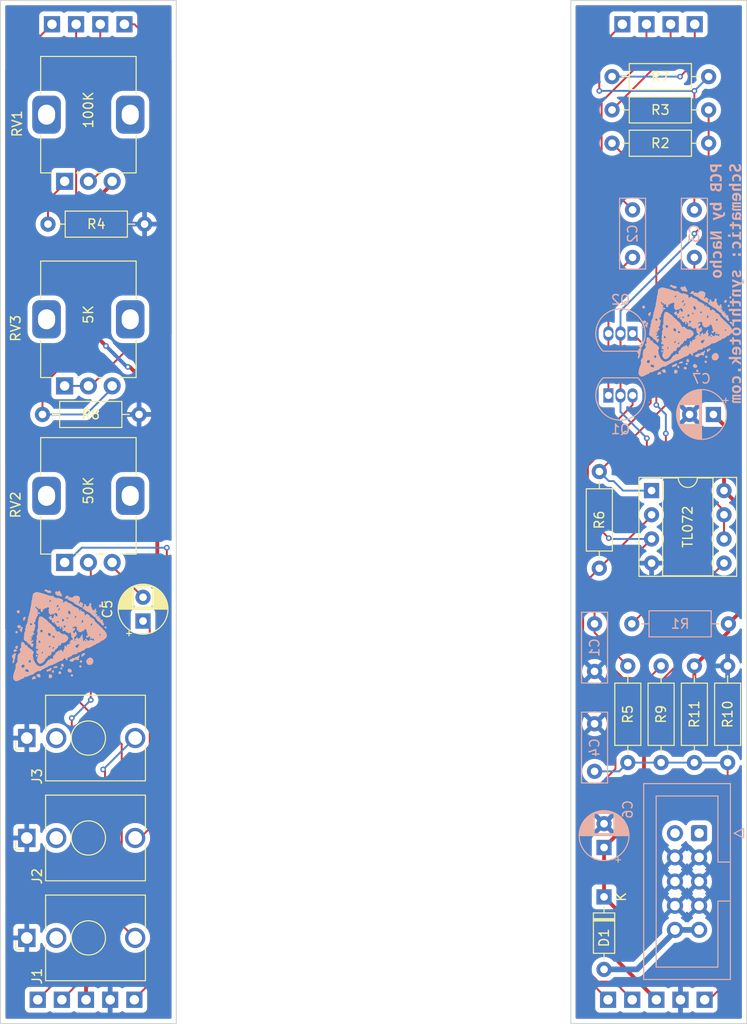
<source format=kicad_pcb>
(kicad_pcb (version 20240108) (generator "pcbnew") (generator_version "8.0")
  (layers (0 "F.Cu" signal) (31 "B.Cu" signal) (34 "B.Paste" user) (35 "F.Paste" user) (36 "B.SilkS" user "B.Silkscreen") (37 "F.SilkS" user "F.Silkscreen") (38 "B.Mask" user) (39 "F.Mask" user) (44 "Edge.Cuts" user))
  (net 0 "")
  (net 1 "Net-(Q2-E)")
  (net 2 "GND")
  (net 3 "Net-(Q1-E)")
  (net 4 "Net-(C3-Pad1)")
  (net 5 "Net-(C5-Pad1)")
  (net 6 "Net-(C5-Pad2)")
  (net 7 "VCC")
  (net 8 "Net-(D1-A)")
  (net 14 "Net-(U1B--)")
  (net 15 "Net-(R4-Pad1)")
  (net 16 "Net-(U1A--)")
  (net 17 "Net-(P1-Pin_1)")
  (net 18 "Net-(P1F1-Pin_1)")
  (net 19 "Net-(P2-Pin_1)")
  (net 20 "Net-(P2F1-Pin_1)")
  (net 21 "Net-(P3-Pin_1)")
  (net 22 "Net-(P4-Pin_1)")
  (net 23 "Net-(P4F1-Pin_1)")
  (net 24 "Net-(P3F1-Pin_1)")
  (net 25 "Net-(P5-Pin_1)")
  (net 26 "Net-(P5F1-Pin_1)")
  (net 27 "Net-(Q1-B)")
  (net 28 "Net-(P7F1-Pin_1)")
  (net 29 "Net-(P7-Pin_1)")
  (net 30 "Net-(P10-Pin_1)")
  (net 31 "Net-(P10F1-Pin_1)")
  (footprint "SVG:DirtNacho" (layer "F.Cu") (at 145.8 111.3)
    (property "Reference" "Ref**" (hide yes))
    (property "Value" "Val**" (hide yes))
  )
  (footprint "Connector_PinHeader_2.54mm:PinHeader_1x01_P2.54mm_Vertical" (layer "F.Cu") (at 211.54 147.5)
    (property "Reference" "P9" (hide yes))
    (property "Value" "Conn_01x01_Pin" (hide yes))
    (pad "1" thru_hole rect (at 0 0) (size 1.7 1.7) (drill 1) (layers "*.Cu" "*.Mask") (net 2 "GND"))
  )
  (footprint "Resistor_THT:R_Axial_DIN0207_L6.3mm_D2.5mm_P10.16mm_Horizontal" (layer "F.Cu") (at 214.5 50.5 180)
    (property "Reference" "R7" (at 5.08 0 0) (layer "F.SilkS"))
    (property "Value" "1K")
    (pad "1" thru_hole circle (at 0 0 180) (size 1.6 1.6) (drill 0.8) (layers "*.Cu" "*.Mask") (net 22 "Net-(P4-Pin_1)"))
    (pad "2" thru_hole oval (at 10.16 0 180) (size 1.6 1.6) (drill 0.8) (layers "*.Cu" "*.Mask") (net 17 "Net-(P1-Pin_1)"))
  )
  (footprint "SVG:DirtNacho" (layer "F.Cu") (at 211.592522 79.292831)
    (property "Reference" "Ref**" (hide yes))
    (property "Value" "Val**" (hide yes))
  )
  (footprint "Resistor_THT:R_Axial_DIN0207_L6.3mm_D2.5mm_P10.16mm_Horizontal" (layer "F.Cu") (at 144.42 86)
    (property "Reference" "R8" (at 5.08 0 0) (layer "F.SilkS"))
    (property "Value" "1K")
    (pad "1" thru_hole circle (at 0 0) (size 1.6 1.6) (drill 0.8) (layers "*.Cu" "*.Mask") (net 24 "Net-(P3F1-Pin_1)"))
    (pad "2" thru_hole oval (at 10.16 0) (size 1.6 1.6) (drill 0.8) (layers "*.Cu" "*.Mask") (net 2 "GND"))
  )
  (footprint "Potentiometer_THT:Potentiometer_Alps_RK09K_Single_Vertical" (layer "F.Cu") (at 146.75 83 90)
    (property "Reference" "RV3" (at 6.05 -5.15 90) (layer "F.SilkS"))
    (property "Value" "5K" (at 7.5 2.5 90) (layer "F.SilkS"))
    (pad "1" thru_hole rect (at 0 0 90) (size 1.8 1.8) (drill 1) (layers "*.Cu" "*.Mask") (net 18 "Net-(P1F1-Pin_1)"))
    (pad "2" thru_hole circle (at 0 2.5 90) (size 1.8 1.8) (drill 1) (layers "*.Cu" "*.Mask") (net 18 "Net-(P1F1-Pin_1)"))
    (pad "3" thru_hole circle (at 0 5 90) (size 1.8 1.8) (drill 1) (layers "*.Cu" "*.Mask") (net 24 "Net-(P3F1-Pin_1)"))
    (pad "MP" thru_hole roundrect (at 7 -1.9 90) (size 4 3) (drill oval 2.1 1.8) (layers "*.Cu" "*.Mask"))
    (pad "MP" thru_hole roundrect (at 7 6.9 90) (size 4 3) (drill oval 2.1 1.8) (layers "*.Cu" "*.Mask"))
  )
  (footprint "Resistor_THT:R_Axial_DIN0207_L6.3mm_D2.5mm_P10.16mm_Horizontal" (layer "F.Cu") (at 203 102.16 90)
    (property "Reference" "R6" (at 5.08 0 90) (layer "F.SilkS"))
    (property "Value" "47K")
    (pad "1" thru_hole circle (at 0 0 90) (size 1.6 1.6) (drill 0.8) (layers "*.Cu" "*.Mask") (net 16 "Net-(U1A--)"))
    (pad "2" thru_hole oval (at 10.16 0 90) (size 1.6 1.6) (drill 0.8) (layers "*.Cu" "*.Mask") (net 4 "Net-(C3-Pad1)"))
  )
  (footprint "Connector_PinHeader_2.54mm:PinHeader_1x01_P2.54mm_Vertical" (layer "F.Cu") (at 207.96 45)
    (property "Reference" "P3" (hide yes))
    (property "Value" "Conn_01x01_Pin" (hide yes))
    (pad "1" thru_hole rect (at 0 0) (size 1.7 1.7) (drill 1) (layers "*.Cu" "*.Mask") (net 21 "Net-(P3-Pin_1)"))
  )
  (footprint "Capacitor_THT:CP_Radial_D5.0mm_P2.50mm" (layer "F.Cu") (at 155 107.705113 90)
    (property "Reference" "C5" (at 1.25 -3.75 90) (layer "F.SilkS"))
    (property "Value" "4.7uF")
    (pad "1" thru_hole rect (at 0 0 90) (size 1.6 1.6) (drill 0.8) (layers "*.Cu" "*.Mask") (net 5 "Net-(C5-Pad1)"))
    (pad "2" thru_hole circle (at 2.5 0 90) (size 1.6 1.6) (drill 0.8) (layers "*.Cu" "*.Mask") (net 6 "Net-(C5-Pad2)"))
  )
  (footprint "Package_DIP:DIP-8_W7.62mm_Socket" (layer "F.Cu") (at 208.5 94)
    (property "Reference" "TL072" (at 3.8 3.8 90) (layer "F.SilkS"))
    (property "Value" "TL072")
    (pad "1" thru_hole rect (at 0 0) (size 1.6 1.6) (drill 0.8) (layers "*.Cu" "*.Mask") (net 4 "Net-(C3-Pad1)"))
    (pad "2" thru_hole oval (at 0 2.54) (size 1.6 1.6) (drill 0.8) (layers "*.Cu" "*.Mask") (net 16 "Net-(U1A--)"))
    (pad "3" thru_hole oval (at 0 5.08) (size 1.6 1.6) (drill 0.8) (layers "*.Cu" "*.Mask") (net 1 "Net-(Q2-E)"))
    (pad "4" thru_hole oval (at 0 7.62) (size 1.6 1.6) (drill 0.8) (layers "*.Cu" "*.Mask") (net 2 "GND"))
    (pad "5" thru_hole oval (at 7.62 7.62) (size 1.6 1.6) (drill 0.8) (layers "*.Cu" "*.Mask") (net 29 "Net-(P7-Pin_1)"))
    (pad "6" thru_hole oval (at 7.62 5.08) (size 1.6 1.6) (drill 0.8) (layers "*.Cu" "*.Mask") (net 14 "Net-(U1B--)"))
    (pad "7" thru_hole oval (at 7.62 2.54) (size 1.6 1.6) (drill 0.8) (layers "*.Cu" "*.Mask") (net 14 "Net-(U1B--)"))
    (pad "8" thru_hole oval (at 7.62 0) (size 1.6 1.6) (drill 0.8) (layers "*.Cu" "*.Mask") (net 7 "VCC"))
  )
  (footprint "Potentiometer_THT:Potentiometer_Alps_RK09K_Single_Vertical" (layer "F.Cu") (at 146.75 101.55 90)
    (property "Reference" "RV2" (at 6.05 -5.15 90) (layer "F.SilkS"))
    (property "Value" "50K" (at 7.55 2.5 90) (layer "F.SilkS"))
    (pad "1" thru_hole rect (at 0 0 90) (size 1.8 1.8) (drill 1) (layers "*.Cu" "*.Mask") (net 31 "Net-(P10F1-Pin_1)"))
    (pad "2" thru_hole circle (at 0 2.5 90) (size 1.8 1.8) (drill 1) (layers "*.Cu" "*.Mask") (net 26 "Net-(P5F1-Pin_1)"))
    (pad "3" thru_hole circle (at 0 5 90) (size 1.8 1.8) (drill 1) (layers "*.Cu" "*.Mask") (net 6 "Net-(C5-Pad2)"))
    (pad "MP" thru_hole roundrect (at 7 -1.9 90) (size 4 3) (drill oval 2.1 1.8) (layers "*.Cu" "*.Mask"))
    (pad "MP" thru_hole roundrect (at 7 6.9 90) (size 4 3) (drill oval 2.1 1.8) (layers "*.Cu" "*.Mask"))
  )
  (footprint "Connector_PinHeader_2.54mm:PinHeader_1x01_P2.54mm_Vertical" (layer "F.Cu") (at 205.42 45)
    (property "Reference" "P4" (hide yes))
    (property "Value" "Conn_01x01_Pin" (hide yes))
    (pad "1" thru_hole rect (at 0 0) (size 1.7 1.7) (drill 1) (layers "*.Cu" "*.Mask") (net 22 "Net-(P4-Pin_1)"))
  )
  (footprint "Connector_Audio:Jack_3.5mm_QingPu_WQP-PJ398SM_Vertical_CircularHoles" (layer "F.Cu") (at 142.77 141 90)
    (property "Reference" "J1" (at -4.03 1.08 90) (layer "F.SilkS"))
    (property "Value" "OUTPUT")
    (pad "1" thru_hole rect (at 0 0 270) (size 1.93 1.83) (drill 1.22) (layers "*.Cu" "*.Mask") (net 2 "GND"))
    (pad "2" thru_hole circle (at 0 3.1 270) (size 2.13 2.13) (drill 1.42) (layers "*.Cu" "*.Mask"))
    (pad "3" thru_hole circle (at 0 11.4 270) (size 2.13 2.13) (drill 1.43) (layers "*.Cu" "*.Mask") (net 23 "Net-(P4F1-Pin_1)"))
  )
  (footprint "Resistor_THT:R_Axial_DIN0207_L6.3mm_D2.5mm_P10.16mm_Horizontal" (layer "F.Cu") (at 204.34 54)
    (property "Reference" "R3" (at 5.08 0 0) (layer "F.SilkS"))
    (property "Value" "47K")
    (pad "1" thru_hole circle (at 0 0) (size 1.6 1.6) (drill 0.8) (layers "*.Cu" "*.Mask") (net 19 "Net-(P2-Pin_1)"))
    (pad "2" thru_hole oval (at 10.16 0) (size 1.6 1.6) (drill 0.8) (layers "*.Cu" "*.Mask") (net 27 "Net-(Q1-B)"))
  )
  (footprint "Connector_PinHeader_2.54mm:PinHeader_1x01_P2.54mm_Vertical" (layer "F.Cu") (at 214.08 147.5)
    (property "Reference" "P10" (hide yes))
    (property "Value" "Conn_01x01_Pin" (hide yes))
    (pad "1" thru_hole rect (at 0 0) (size 1.7 1.7) (drill 1) (layers "*.Cu" "*.Mask") (net 30 "Net-(P10-Pin_1)"))
  )
  (footprint "Connector_Audio:Jack_3.5mm_QingPu_WQP-PJ398SM_Vertical_CircularHoles" (layer "F.Cu") (at 142.77 120 90)
    (property "Reference" "J3" (at -4.03 1.08 90) (layer "F.SilkS"))
    (property "Value" "CV IN")
    (pad "1" thru_hole rect (at 0 0 270) (size 1.93 1.83) (drill 1.22) (layers "*.Cu" "*.Mask") (net 2 "GND"))
    (pad "2" thru_hole circle (at 0 3.1 270) (size 2.13 2.13) (drill 1.42) (layers "*.Cu" "*.Mask"))
    (pad "3" thru_hole circle (at 0 11.4 270) (size 2.13 2.13) (drill 1.43) (layers "*.Cu" "*.Mask") (net 28 "Net-(P7F1-Pin_1)"))
  )
  (footprint "Connector_Audio:Jack_3.5mm_QingPu_WQP-PJ398SM_Vertical_CircularHoles" (layer "F.Cu") (at 142.77 130.5 90)
    (property "Reference" "J2" (at -4.03 1.08 90) (layer "F.SilkS"))
    (property "Value" "INPUT")
    (pad "1" thru_hole rect (at 0 0 270) (size 1.93 1.83) (drill 1.22) (layers "*.Cu" "*.Mask") (net 2 "GND"))
    (pad "2" thru_hole circle (at 0 3.1 270) (size 2.13 2.13) (drill 1.42) (layers "*.Cu" "*.Mask"))
    (pad "3" thru_hole circle (at 0 11.4 270) (size 2.13 2.13) (drill 1.43) (layers "*.Cu" "*.Mask") (net 5 "Net-(C5-Pad1)"))
  )
  (footprint "Resistor_THT:R_Axial_DIN0207_L6.3mm_D2.5mm_P10.16mm_Horizontal" (layer "F.Cu") (at 216.5 122.58 90)
    (property "Reference" "R10" (at 5.08 0 90) (layer "F.SilkS"))
    (property "Value" "4.7K")
    (pad "1" thru_hole circle (at 0 0 90) (size 1.6 1.6) (drill 0.8) (layers "*.Cu" "*.Mask") (net 30 "Net-(P10-Pin_1)"))
    (pad "2" thru_hole oval (at 10.16 0 90) (size 1.6 1.6) (drill 0.8) (layers "*.Cu" "*.Mask") (net 2 "GND"))
  )
  (footprint "Connector_PinHeader_2.54mm:PinHeader_1x01_P2.54mm_Vertical" (layer "F.Cu") (at 210.5 45)
    (property "Reference" "P2" (hide yes))
    (property "Value" "Conn_01x01_Pin" (hide yes))
    (pad "1" thru_hole rect (at 0 0) (size 1.7 1.7) (drill 1) (layers "*.Cu" "*.Mask") (net 19 "Net-(P2-Pin_1)"))
  )
  (footprint "Resistor_THT:R_Axial_DIN0207_L6.3mm_D2.5mm_P10.16mm_Horizontal" (layer "F.Cu") (at 213 112.42 -90)
    (property "Reference" "R11" (at 5.08 0 90) (layer "F.SilkS"))
    (property "Value" "4.7K")
    (pad "1" thru_hole circle (at 0 0 270) (size 1.6 1.6) (drill 0.8) (layers "*.Cu" "*.Mask") (net 7 "VCC"))
    (pad "2" thru_hole oval (at 10.16 0 270) (size 1.6 1.6) (drill 0.8) (layers "*.Cu" "*.Mask") (net 30 "Net-(P10-Pin_1)"))
  )
  (footprint "Connector_PinHeader_2.54mm:PinHeader_1x01_P2.54mm_Vertical" (layer "F.Cu") (at 209 147.5)
    (property "Reference" "P8" (hide yes))
    (property "Value" "Conn_01x01_Pin" (hide yes))
    (pad "1" thru_hole rect (at 0 0) (size 1.7 1.7) (drill 1) (layers "*.Cu" "*.Mask") (net 7 "VCC"))
  )
  (footprint "Connector_PinHeader_2.54mm:PinHeader_1x01_P2.54mm_Vertical" (layer "F.Cu") (at 206.46 147.5)
    (property "Reference" "P7" (hide yes))
    (property "Value" "Conn_01x01_Pin" (hide yes))
    (pad "1" thru_hole rect (at 0 0) (size 1.7 1.7) (drill 1) (layers "*.Cu" "*.Mask") (net 29 "Net-(P7-Pin_1)"))
  )
  (footprint "Resistor_THT:R_Axial_DIN0207_L6.3mm_D2.5mm_P10.16mm_Horizontal" (layer "F.Cu") (at 206 112.42 -90)
    (property "Reference" "R5" (at 5.08 0 90) (layer "F.SilkS"))
    (property "Value" "1M")
    (pad "1" thru_hole circle (at 0 0 270) (size 1.6 1.6) (drill 0.8) (layers "*.Cu" "*.Mask") (net 1 "Net-(Q2-E)"))
    (pad "2" thru_hole oval (at 10.16 0 270) (size 1.6 1.6) (drill 0.8) (layers "*.Cu" "*.Mask") (net 30 "Net-(P10-Pin_1)"))
  )
  (footprint "Connector_PinHeader_2.54mm:PinHeader_1x01_P2.54mm_Vertical" (layer "F.Cu") (at 203.92 147.5)
    (property "Reference" "P5" (hide yes))
    (property "Value" "Conn_01x01_Pin" (hide yes))
    (pad "1" thru_hole rect (at 0 0) (size 1.7 1.7) (drill 1) (layers "*.Cu" "*.Mask") (net 25 "Net-(P5-Pin_1)"))
  )
  (footprint "Resistor_THT:R_Axial_DIN0207_L6.3mm_D2.5mm_P10.16mm_Horizontal" (layer "F.Cu") (at 204.34 57.5)
    (property "Reference" "R2" (at 5.08 0 0) (layer "F.SilkS"))
    (property "Value" "47K")
    (pad "1" thru_hole circle (at 0 0) (size 1.6 1.6) (drill 0.8) (layers "*.Cu" "*.Mask") (net 14 "Net-(U1B--)"))
    (pad "2" thru_hole oval (at 10.16 0) (size 1.6 1.6) (drill 0.8) (layers "*.Cu" "*.Mask") (net 27 "Net-(Q1-B)"))
  )
  (footprint "Connector_PinHeader_2.54mm:PinHeader_1x01_P2.54mm_Vertical" (layer "F.Cu") (at 213.04 45)
    (property "Reference" "P1" (hide yes))
    (property "Value" "Conn_01x01_Pin" (hide yes))
    (pad "1" thru_hole rect (at 0 0) (size 1.7 1.7) (drill 1) (layers "*.Cu" "*.Mask") (net 17 "Net-(P1-Pin_1)"))
  )
  (footprint "Diode_THT:D_DO-35_SOD27_P7.62mm_Horizontal" (layer "F.Cu") (at 203.5 136.69 -90)
    (property "Reference" "D1" (at 4.31 0 90) (layer "F.SilkS"))
    (property "Value" "1N4148")
    (fp_text user "K" (at 0 -1.8 -90) (layer "F.SilkS"))
    (pad "1" thru_hole rect (at 0 0 270) (size 1.6 1.6) (drill 0.8) (layers "*.Cu" "*.Mask") (net 7 "VCC"))
    (pad "2" thru_hole oval (at 7.62 0 270) (size 1.6 1.6) (drill 0.8) (layers "*.Cu" "*.Mask") (net 8 "Net-(D1-A)"))
  )
  (footprint "Potentiometer_THT:Potentiometer_Alps_RK09K_Single_Vertical" (layer "F.Cu") (at 146.75 61.5 90)
    (property "Reference" "RV1" (at 6.05 -5 90) (layer "F.SilkS"))
    (property "Value" "100K" (at 7.5 2.5 90) (layer "F.SilkS"))
    (pad "1" thru_hole rect (at 0 0 90) (size 1.8 1.8) (drill 1) (layers "*.Cu" "*.Mask") (net 15 "Net-(R4-Pad1)"))
    (pad "2" thru_hole circle (at 0 2.5 90) (size 1.8 1.8) (drill 1) (layers "*.Cu" "*.Mask") (net 20 "Net-(P2F1-Pin_1)"))
    (pad "3" thru_hole circle (at 0 5 90) (size 1.8 1.8) (drill 1) (layers "*.Cu" "*.Mask") (net 7 "VCC"))
    (pad "MP" thru_hole roundrect (at 7 -1.9 90) (size 4 3) (drill oval 2.1 1.8) (layers "*.Cu" "*.Mask"))
    (pad "MP" thru_hole roundrect (at 7 6.9 90) (size 4 3) (drill oval 2.1 1.8) (layers "*.Cu" "*.Mask"))
  )
  (footprint "Resistor_THT:R_Axial_DIN0207_L6.3mm_D2.5mm_P10.16mm_Horizontal" (layer "F.Cu") (at 209.5 112.42 -90)
    (property "Reference" "R9" (at 5.08 0 90) (layer "F.SilkS"))
    (property "Value" "4.7K")
    (pad "1" thru_hole circle (at 0 0 270) (size 1.6 1.6) (drill 0.8) (layers "*.Cu" "*.Mask") (net 16 "Net-(U1A--)"))
    (pad "2" thru_hole oval (at 10.16 0 270) (size 1.6 1.6) (drill 0.8) (layers "*.Cu" "*.Mask") (net 30 "Net-(P10-Pin_1)"))
  )
  (footprint "Resistor_THT:R_Axial_DIN0207_L6.3mm_D2.5mm_P10.16mm_Horizontal" (layer "F.Cu") (at 145 66)
    (property "Reference" "R4" (at 5.08 0 0) (layer "F.SilkS"))
    (property "Value" "10K")
    (pad "1" thru_hole circle (at 0 0) (size 1.6 1.6) (drill 0.8) (layers "*.Cu" "*.Mask") (net 15 "Net-(R4-Pad1)"))
    (pad "2" thru_hole oval (at 10.16 0) (size 1.6 1.6) (drill 0.8) (layers "*.Cu" "*.Mask") (net 2 "GND"))
  )
  (footprint "Capacitor_THT:CP_Radial_D5.0mm_P2.50mm" (layer "B.Cu") (at 215 86 180)
    (property "Reference" "C7" (at 1.25 3.75 0) (layer "B.SilkS") (effects (justify mirror)))
    (property "Value" "10nF")
    (pad "1" thru_hole rect (at 0 0 180) (size 1.6 1.6) (drill 0.8) (layers "*.Cu" "*.Mask") (net 7 "VCC"))
    (pad "2" thru_hole circle (at 2.5 0 180) (size 1.6 1.6) (drill 0.8) (layers "*.Cu" "*.Mask") (net 2 "GND"))
  )
  (footprint "Resistor_THT:R_Axial_DIN0207_L6.3mm_D2.5mm_P10.16mm_Horizontal" (layer "B.Cu") (at 216.58 108 180)
    (property "Reference" "R1" (at 5.08 0 0) (layer "B.SilkS") (effects (justify mirror)))
    (property "Value" "1M")
    (pad "1" thru_hole circle (at 0 0 180) (size 1.6 1.6) (drill 0.8) (layers "*.Cu" "*.Mask") (net 7 "VCC"))
    (pad "2" thru_hole oval (at 10.16 0 180) (size 1.6 1.6) (drill 0.8) (layers "*.Cu" "*.Mask") (net 27 "Net-(Q1-B)"))
  )
  (footprint "Connector_PinSocket_2.54mm:PinSocket_1x01_P2.54mm_Vertical" (layer "B.Cu") (at 146.46 147.5 180)
    (property "Reference" "P7F1" (hide yes))
    (property "Value" "Conn_01x01_Socket" (hide yes))
    (pad "1" thru_hole rect (at 0 0 180) (size 1.7 1.7) (drill 1) (layers "*.Cu" "*.Mask") (net 28 "Net-(P7F1-Pin_1)"))
  )
  (footprint "Capacitor_THT:C_Rect_L7.2mm_W2.5mm_P5.00mm_FKS2_FKP2_MKS2_MKP2" (layer "B.Cu") (at 202.5 123.5 90)
    (property "Reference" "C4" (at 2.5 0 90) (layer "B.SilkS") (effects (justify mirror)))
    (property "Value" "47uF")
    (pad "1" thru_hole circle (at 0 0 90) (size 1.6 1.6) (drill 0.8) (layers "*.Cu" "*.Mask") (net 30 "Net-(P10-Pin_1)"))
    (pad "2" thru_hole circle (at 5 0 90) (size 1.6 1.6) (drill 0.8) (layers "*.Cu" "*.Mask") (net 2 "GND"))
  )
  (footprint "Connector_PinSocket_2.54mm:PinSocket_1x01_P2.54mm_Vertical" (layer "B.Cu") (at 143.92 147.5 180)
    (property "Reference" "P5F1" (hide yes))
    (property "Value" "Conn_01x01_Socket" (hide yes))
    (pad "1" thru_hole rect (at 0 0 180) (size 1.7 1.7) (drill 1) (layers "*.Cu" "*.Mask") (net 26 "Net-(P5F1-Pin_1)"))
  )
  (footprint "Package_TO_SOT_THT:TO-92_Inline" (layer "B.Cu") (at 206.5 77.5 180)
    (property "Reference" "Q2" (at 1.27 3.56 0) (layer "B.SilkS") (effects (justify mirror)))
    (property "Value" "2N3904")
    (pad "1" thru_hole rect (at 0 0 180) (size 1.05 1.5) (drill 0.75) (layers "*.Cu" "*.Mask") (net 1 "Net-(Q2-E)"))
    (pad "2" thru_hole oval (at 1.27 0 180) (size 1.05 1.5) (drill 0.75) (layers "*.Cu" "*.Mask") (net 27 "Net-(Q1-B)"))
    (pad "3" thru_hole oval (at 2.54 0 180) (size 1.05 1.5) (drill 0.75) (layers "*.Cu" "*.Mask") (net 3 "Net-(Q1-E)"))
  )
  (footprint "Connector_IDC:IDC-Header_2x05_P2.54mm_Vertical" (layer "B.Cu") (at 213.5 130 180)
    (property "Reference" "J0" (hide yes))
    (property "Value" "EURO_PWR_2x5")
    (pad "1" thru_hole roundrect (at 0 0 180) (size 1.7 1.7) (drill 1) (layers "*.Cu" "*.Mask") (roundrect_rratio 0.147059))
    (pad "2" thru_hole circle (at 2.54 0 180) (size 1.7 1.7) (drill 1) (layers "*.Cu" "*.Mask"))
    (pad "3" thru_hole circle (at 0 -2.54 180) (size 1.7 1.7) (drill 1) (layers "*.Cu" "*.Mask") (net 2 "GND"))
    (pad "4" thru_hole circle (at 2.54 -2.54 180) (size 1.7 1.7) (drill 1) (layers "*.Cu" "*.Mask") (net 2 "GND"))
    (pad "5" thru_hole circle (at 0 -5.08 180) (size 1.7 1.7) (drill 1) (layers "*.Cu" "*.Mask") (net 2 "GND"))
    (pad "6" thru_hole circle (at 2.54 -5.08 180) (size 1.7 1.7) (drill 1) (layers "*.Cu" "*.Mask") (net 2 "GND"))
    (pad "7" thru_hole circle (at 0 -7.62 180) (size 1.7 1.7) (drill 1) (layers "*.Cu" "*.Mask") (net 2 "GND"))
    (pad "8" thru_hole circle (at 2.54 -7.62 180) (size 1.7 1.7) (drill 1) (layers "*.Cu" "*.Mask") (net 2 "GND"))
    (pad "9" thru_hole circle (at 0 -10.16 180) (size 1.7 1.7) (drill 1) (layers "*.Cu" "*.Mask") (net 8 "Net-(D1-A)"))
    (pad "10" thru_hole circle (at 2.54 -10.16 180) (size 1.7 1.7) (drill 1) (layers "*.Cu" "*.Mask") (net 8 "Net-(D1-A)"))
  )
  (footprint "Package_TO_SOT_THT:TO-92_Inline" (layer "B.Cu") (at 203.96 84)
    (property "Reference" "Q1" (at 1.27 3.56 0) (layer "B.SilkS") (effects (justify mirror)))
    (property "Value" "2N3904")
    (pad "1" thru_hole rect (at 0 0) (size 1.05 1.5) (drill 0.75) (layers "*.Cu" "*.Mask") (net 3 "Net-(Q1-E)"))
    (pad "2" thru_hole oval (at 1.27 0) (size 1.05 1.5) (drill 0.75) (layers "*.Cu" "*.Mask") (net 27 "Net-(Q1-B)"))
    (pad "3" thru_hole oval (at 2.54 0) (size 1.05 1.5) (drill 0.75) (layers "*.Cu" "*.Mask") (net 25 "Net-(P5-Pin_1)"))
  )
  (footprint "Connector_PinSocket_2.54mm:PinSocket_1x01_P2.54mm_Vertical" (layer "B.Cu") (at 151.54 147.5 180)
    (property "Reference" "P9F1" (hide yes))
    (property "Value" "Conn_01x01_Socket" (hide yes))
    (pad "1" thru_hole rect (at 0 0 180) (size 1.7 1.7) (drill 1) (layers "*.Cu" "*.Mask") (net 2 "GND"))
  )
  (footprint "Connector_PinSocket_2.54mm:PinSocket_1x01_P2.54mm_Vertical" (layer "B.Cu") (at 149 147.5 180)
    (property "Reference" "P8F1" (hide yes))
    (property "Value" "Conn_01x01_Socket" (hide yes))
    (pad "1" thru_hole rect (at 0 0 180) (size 1.7 1.7) (drill 1) (layers "*.Cu" "*.Mask") (net 7 "VCC"))
  )
  (footprint "Connector_PinSocket_2.54mm:PinSocket_1x01_P2.54mm_Vertical" (layer "B.Cu") (at 154.08 147.5 180)
    (property "Reference" "P10F1" (hide yes))
    (property "Value" "Conn_01x01_Socket" (hide yes))
    (pad "1" thru_hole rect (at 0 0 180) (size 1.7 1.7) (drill 1) (layers "*.Cu" "*.Mask") (net 31 "Net-(P10F1-Pin_1)"))
  )
  (footprint "Capacitor_THT:C_Rect_L7.2mm_W2.5mm_P5.00mm_FKS2_FKP2_MKS2_MKP2" (layer "B.Cu") (at 206.5 69.5 90)
    (property "Reference" "C2" (at 2.5 0 90) (layer "B.SilkS") (effects (justify mirror)))
    (property "Value" "10nF")
    (pad "1" thru_hole circle (at 0 0 90) (size 1.6 1.6) (drill 0.8) (layers "*.Cu" "*.Mask") (net 3 "Net-(Q1-E)"))
    (pad "2" thru_hole circle (at 5 0 90) (size 1.6 1.6) (drill 0.8) (layers "*.Cu" "*.Mask") (net 21 "Net-(P3-Pin_1)"))
  )
  (footprint "Capacitor_THT:C_Rect_L7.2mm_W2.5mm_P5.00mm_FKS2_FKP2_MKS2_MKP2" (layer "B.Cu") (at 202.5 108 -90)
    (property "Reference" "C1" (at 2.5 0 90) (layer "B.SilkS") (effects (justify mirror)))
    (property "Value" "1nF")
    (pad "1" thru_hole circle (at 0 0 270) (size 1.6 1.6) (drill 0.8) (layers "*.Cu" "*.Mask") (net 1 "Net-(Q2-E)"))
    (pad "2" thru_hole circle (at 5 0 270) (size 1.6 1.6) (drill 0.8) (layers "*.Cu" "*.Mask") (net 2 "GND"))
  )
  (footprint "Connector_PinSocket_2.54mm:PinSocket_1x01_P2.54mm_Vertical" (layer "B.Cu") (at 153.04 45 180)
    (property "Reference" "P1F1" (hide yes))
    (property "Value" "Conn_01x01_Socket" (hide yes))
    (pad "1" thru_hole rect (at 0 0 180) (size 1.7 1.7) (drill 1) (layers "*.Cu" "*.Mask") (net 18 "Net-(P1F1-Pin_1)"))
  )
  (footprint "Connector_PinSocket_2.54mm:PinSocket_1x01_P2.54mm_Vertical" (layer "B.Cu") (at 145.42 45 180)
    (property "Reference" "P4F1" (hide yes))
    (property "Value" "Conn_01x01_Socket" (hide yes))
    (pad "1" thru_hole rect (at 0 0 180) (size 1.7 1.7) (drill 1) (layers "*.Cu" "*.Mask") (net 23 "Net-(P4F1-Pin_1)"))
  )
  (footprint "Capacitor_THT:C_Rect_L7.2mm_W2.5mm_P5.00mm_FKS2_FKP2_MKS2_MKP2" (layer "B.Cu") (at 213 69.5 90)
    (property "Reference" "C3" (at 2.5 0 90) (layer "B.SilkS") (effects (justify mirror)))
    (property "Value" "1uF")
    (pad "1" thru_hole circle (at 0 0 90) (size 1.6 1.6) (drill 0.8) (layers "*.Cu" "*.Mask") (net 4 "Net-(C3-Pad1)"))
    (pad "2" thru_hole circle (at 5 0 90) (size 1.6 1.6) (drill 0.8) (layers "*.Cu" "*.Mask") (net 22 "Net-(P4-Pin_1)"))
  )
  (footprint "Connector_PinSocket_2.54mm:PinSocket_1x01_P2.54mm_Vertical" (layer "B.Cu") (at 150.5 45 180)
    (property "Reference" "P2F1" (hide yes))
    (property "Value" "Conn_01x01_Socket" (hide yes))
    (pad "1" thru_hole rect (at 0 0 180) (size 1.7 1.7) (drill 1) (layers "*.Cu" "*.Mask") (net 20 "Net-(P2F1-Pin_1)"))
  )
  (footprint "Connector_PinSocket_2.54mm:PinSocket_1x01_P2.54mm_Vertical" (layer "B.Cu") (at 147.96 45 180)
    (property "Reference" "P3F1" (hide yes))
    (property "Value" "Conn_01x01_Socket" (hide yes))
    (pad "1" thru_hole rect (at 0 0 180) (size 1.7 1.7) (drill 1) (layers "*.Cu" "*.Mask") (net 24 "Net-(P3F1-Pin_1)"))
  )
  (footprint "Capacitor_THT:CP_Radial_D5.0mm_P2.50mm" (layer "B.Cu") (at 203.5 131.5 90)
    (property "Reference" "C6" (at 4 2.5 90) (layer "B.SilkS") (effects (justify mirror)))
    (property "Value" "22UF")
    (pad "1" thru_hole rect (at 0 0 90) (size 1.6 1.6) (drill 0.8) (layers "*.Cu" "*.Mask") (net 7 "VCC"))
    (pad "2" thru_hole circle (at 2.5 0 90) (size 1.6 1.6) (drill 0.8) (layers "*.Cu" "*.Mask") (net 2 "GND"))
  )
  (gr_line (start 218.5 150) (end 200 150) (stroke (width 0.1)) (layer "Edge.Cuts"))
  (gr_line (start 200 42.5) (end 218.5 42.5) (stroke (width 0.1)) (layer "Edge.Cuts"))
  (gr_line (start 158.5 150) (end 140 150) (stroke (width 0.1)) (layer "Edge.Cuts"))
  (gr_line (start 158.5 42.5) (end 158.5 150) (stroke (width 0.1)) (layer "Edge.Cuts"))
  (gr_line (start 200 150) (end 200 42.5) (stroke (width 0.1)) (layer "Edge.Cuts"))
  (gr_line (start 140 150) (end 140 42.5) (stroke (width 0.1)) (layer "Edge.Cuts"))
  (gr_line (start 218.5 42.5) (end 218.5 150) (stroke (width 0.1)) (layer "Edge.Cuts"))
  (gr_line (start 140 42.5) (end 158.5 42.5) (stroke (width 0.1)) (layer "Edge.Cuts"))
  (gr_text "PCB by Nacho\nSchematic: synthrotek.com" (at 218.1 59.6 90) (layer "B.SilkS") (effects (font (size 1.2 1.2) (thickness 0.3) (bold yes)) (justify left bottom mirror)))
  (segment (start 206.5 77.5) (end 208.4 79.4) (width 0.2) (layer "F.Cu") (net 1))
  (segment (start 206 112.42) (end 202.5 108.92) (width 0.2) (layer "F.Cu") (net 1))
  (segment (start 208.4 84.8) (end 201.8 91.4) (width 0.2) (layer "F.Cu") (net 1))
  (segment (start 208.4 79.4) (end 208.4 84.8) (width 0.2) (layer "F.Cu") (net 1))
  (segment (start 202.5 105.08) (end 208.5 99.08) (width 0.2) (layer "F.Cu") (net 1))
  (segment (start 202.5 108.92) (end 202.5 108) (width 0.2) (layer "F.Cu") (net 1))
  (segment (start 202.5 108) (end 202.5 105.08) (width 0.2) (layer "F.Cu") (net 1))
  (segment (start 201.8 91.4) (end 201.8 96.8) (width 0.2) (layer "F.Cu") (net 1))
  (segment (start 201.8 96.8) (end 204 99) (width 0.2) (layer "F.Cu") (net 1))
  (via (at 204 99) (size 0.6) (drill 0.3) (layers "F.Cu" "B.Cu") (net 1))
  (segment (start 204.08 99.08) (end 204 99) (width 0.2) (layer "B.Cu") (net 1))
  (segment (start 208.5 99.08) (end 204.08 99.08) (width 0.2) (layer "B.Cu") (net 1))
  (segment (start 203.96 77.5) (end 203.96 72.04) (width 0.2) (layer "F.Cu") (net 3))
  (segment (start 203.96 84) (end 203.96 77.5) (width 0.2) (layer "F.Cu") (net 3))
  (segment (start 203.96 72.04) (end 206.5 69.5) (width 0.2) (layer "F.Cu") (net 3))
  (segment (start 203 92) (end 213 82) (width 0.2) (layer "F.Cu") (net 4))
  (segment (start 213 82) (end 213 69.5) (width 0.2) (layer "F.Cu") (net 4))
  (segment (start 204.5 93) (end 204 93) (width 0.2) (layer "B.Cu") (net 4))
  (segment (start 205.5 94) (end 204.5 93) (width 0.2) (layer "B.Cu") (net 4))
  (segment (start 204 93) (end 203 92) (width 0.2) (layer "B.Cu") (net 4))
  (segment (start 208.5 94) (end 205.5 94) (width 0.2) (layer "B.Cu") (net 4))
  (segment (start 155.7 108.405113) (end 155.7 129.485685) (width 0.2) (layer "F.Cu") (net 5))
  (segment (start 155.7 129.485685) (end 154.12 131.065685) (width 0.2) (layer "F.Cu") (net 5))
  (segment (start 155 107.705113) (end 155.7 108.405113) (width 0.2) (layer "F.Cu") (net 5))
  (segment (start 152 102.205113) (end 152 101.55) (width 0.2) (layer "F.Cu") (net 6))
  (segment (start 155 105.205113) (end 152 102.205113) (width 0.2) (layer "F.Cu") (net 6))
  (segment (start 216.12 87.12) (end 215 86) (width 0.4) (layer "F.Cu") (net 7))
  (segment (start 209 147.46) (end 209 146.96) (width 0.4) (layer "F.Cu") (net 7))
  (segment (start 216.58 108) (end 217.7 106.88) (width 0.4) (layer "F.Cu") (net 7))
  (segment (start 217.7 95.58) (end 216.12 94) (width 0.4) (layer "F.Cu") (net 7))
  (segment (start 207.7 127.3) (end 207.7 119.3) (width 0.4) (layer "F.Cu") (net 7))
  (segment (start 148.2 75.9) (end 151.1 78.8) (width 0.4) (layer "F.Cu") (net 7))
  (segment (start 217.7 106.88) (end 217.7 95.58) (width 0.4) (layer "F.Cu") (net 7))
  (segment (start 152.7 145.3) (end 156.5 141.5) (width 0.4) (layer "F.Cu") (net 7))
  (segment (start 205 143.5) (end 209 147.5) (width 0.4) (layer "F.Cu") (net 7))
  (segment (start 148.2 65.3) (end 148.2 75.9) (width 0.4) (layer "F.Cu") (net 7))
  (segment (start 205 138.19) (end 203.5 136.69) (width 0.4) (layer "F.Cu") (net 7))
  (segment (start 213 112.42) (end 216.58 108.84) (width 0.4) (layer "F.Cu") (net 7))
  (segment (start 213 114) (end 213 112.42) (width 0.4) (layer "F.Cu") (net 7))
  (segment (start 153.4 81) (end 153.6 81) (width 0.4) (layer "F.Cu") (net 7))
  (segment (start 207.7 119.3) (end 213 114) (width 0.4) (layer "F.Cu") (net 7))
  (segment (start 153.6 81) (end 156.5 83.9) (width 0.4) (layer "F.Cu") (net 7))
  (segment (start 152 61.5) (end 148.2 65.3) (width 0.4) (layer "F.Cu") (net 7))
  (segment (start 149.867106 145.3) (end 149 146.167106) (width 0.4) (layer "F.Cu") (net 7))
  (segment (start 216.58 108.84) (end 216.58 108) (width 0.4) (layer "F.Cu") (net 7))
  (segment (start 203.5 136.69) (end 203.5 131.5) (width 0.4) (layer "F.Cu") (net 7))
  (segment (start 156.5 83.9) (end 156.5 141.5) (width 0.4) (layer "F.Cu") (net 7))
  (segment (start 205 138.19) (end 205 143.5) (width 0.4) (layer "F.Cu") (net 7))
  (segment (start 152.7 145.3) (end 149.867106 145.3) (width 0.4) (layer "F.Cu") (net 7))
  (segment (start 203.5 131.5) (end 207.7 127.3) (width 0.4) (layer "F.Cu") (net 7))
  (segment (start 149 148) (end 149.050402 148) (width 0.2) (layer "F.Cu") (net 7))
  (segment (start 149 146.167106) (end 149 147.5) (width 0.4) (layer "F.Cu") (net 7))
  (segment (start 216.12 94) (end 216.12 87.12) (width 0.4) (layer "F.Cu") (net 7))
  (segment (start 209 147.5) (end 209 147.46) (width 0.2) (layer "F.Cu") (net 7))
  (via (at 153.4 81) (size 0.6) (drill 0.3) (layers "F.Cu" "B.Cu") (net 7))
  (via (at 151.1 78.8) (size 0.6) (drill 0.3) (layers "F.Cu" "B.Cu") (net 7))
  (segment (start 153.4 81) (end 153.3 81) (width 0.4) (layer "B.Cu") (net 7))
  (segment (start 153.3 81) (end 151.1 78.8) (width 0.4) (layer "B.Cu") (net 7))
  (segment (start 211.12 140.16) (end 213.5 140.16) (width 0.6) (layer "B.Cu") (net 8))
  (segment (start 206.97 144.31) (end 211.12 140.16) (width 0.6) (layer "B.Cu") (net 8))
  (segment (start 203.5 144.31) (end 206.97 144.31) (width 0.6) (layer "B.Cu") (net 8))
  (segment (start 204.34 57.5) (end 209 62.16) (width 0.2) (layer "F.Cu") (net 14))
  (segment (start 216.12 96.54) (end 216.12 96.12) (width 0.2) (layer "F.Cu") (net 14))
  (segment (start 216.12 96.12) (end 210 90) (width 0.2) (layer "F.Cu") (net 14))
  (segment (start 216.12 99.08) (end 216.12 96.54) (width 0.2) (layer "F.Cu") (net 14))
  (segment (start 210 90) (end 210 88) (width 0.2) (layer "F.Cu") (net 14))
  (segment (start 209 62.16) (end 209 85) (width 0.2) (layer "F.Cu") (net 14))
  (via (at 209 85) (size 0.6) (drill 0.3) (layers "F.Cu" "B.Cu") (net 14))
  (via (at 210 88) (size 0.6) (drill 0.3) (layers "F.Cu" "B.Cu") (net 14))
  (segment (start 210 86) (end 209 85) (width 0.2) (layer "B.Cu") (net 14))
  (segment (start 210 88) (end 210 86) (width 0.2) (layer "B.Cu") (net 14))
  (segment (start 145 66) (end 145 63.5) (width 0.2) (layer "F.Cu") (net 15))
  (segment (start 145 63.5) (end 147 61.5) (width 0.2) (layer "F.Cu") (net 15))
  (segment (start 201.3 103.86) (end 203 102.16) (width 0.2) (layer "F.Cu") (net 16))
  (segment (start 201.3 109.5) (end 201.3 103.86) (width 0.2) (layer "F.Cu") (net 16))
  (segment (start 205.5 113.7) (end 201.3 109.5) (width 0.2) (layer "F.Cu") (net 16))
  (segment (start 203 102.16) (end 208.5 96.66) (width 0.2) (layer "F.Cu") (net 16))
  (segment (start 208.5 96.66) (end 208.5 96.54) (width 0.2) (layer "F.Cu") (net 16))
  (segment (start 209.5 112.42) (end 208.22 113.7) (width 0.2) (layer "F.Cu") (net 16))
  (segment (start 208.22 113.7) (end 205.5 113.7) (width 0.2) (layer "F.Cu") (net 16))
  (segment (start 213.04 48.96) (end 213.04 45) (width 0.2) (layer "F.Cu") (net 17))
  (segment (start 211.5 50.5) (end 213.04 48.96) (width 0.2) (layer "F.Cu") (net 17))
  (via (at 211.5 50.5) (size 0.6) (drill 0.3) (layers "F.Cu" "B.Cu") (net 17))
  (segment (start 204.34 50.5) (end 211.5 50.5) (width 0.2) (layer "B.Cu") (net 17))
  (segment (start 156.602943 78.797057) (end 153.702943 78.797057) (width 0.2) (layer "F.Cu") (net 18))
  (segment (start 154.09 45) (end 157.9 48.81) (width 0.2) (layer "F.Cu") (net 18))
  (segment (start 157.9 48.81) (end 157.9 77.5) (width 0.2) (layer "F.Cu") (net 18))
  (segment (start 153.04 45) (end 154.09 45) (width 0.2) (layer "F.Cu") (net 18))
  (segment (start 157.9 77.5) (end 156.602943 78.797057) (width 0.2) (layer "F.Cu") (net 18))
  (segment (start 153.702943 78.797057) (end 149.5 83) (width 0.2) (layer "F.Cu") (net 18))
  (segment (start 149.25 83) (end 146.75 83) (width 0.2) (layer "B.Cu") (net 18))
  (segment (start 210.5 47.84) (end 210.5 45) (width 0.2) (layer "F.Cu") (net 19))
  (segment (start 204.34 54) (end 210.5 47.84) (width 0.2) (layer "F.Cu") (net 19))
  (segment (start 150.5 45) (end 150.5 60.5) (width 0.2) (layer "F.Cu") (net 20))
  (segment (start 150.5 60.5) (end 149.5 61.5) (width 0.2) (layer "F.Cu") (net 20))
  (segment (start 206.5 64.5) (end 203.24 61.24) (width 0.2) (layer "F.Cu") (net 21))
  (segment (start 203.24 61.24) (end 203.24 53.155635) (width 0.2) (layer "F.Cu") (net 21))
  (segment (start 203.24 53.155635) (end 207.96 48.435635) (width 0.2) (layer "F.Cu") (net 21))
  (segment (start 207.96 48.435635) (end 207.96 45) (width 0.2) (layer "F.Cu") (net 21))
  (segment (start 203 52) (end 203 47.42) (width 0.2) (layer "F.Cu") (net 22))
  (segment (start 213 64.5) (end 213 52) (width 0.2) (layer "F.Cu") (net 22))
  (segment (start 203 47.42) (end 205.42 45) (width 0.2) (layer "F.Cu") (net 22))
  (via (at 203 52) (size 0.6) (drill 0.3) (layers "F.Cu" "B.Cu") (net 22))
  (via (at 213 52) (size 0.6) (drill 0.3) (layers "F.Cu" "B.Cu") (net 22))
  (segment (start 213 52) (end 214.5 50.5) (width 0.2) (layer "B.Cu") (net 22))
  (segment (start 203 52) (end 213 52) (width 0.2) (layer "B.Cu") (net 22))
  (segment (start 152.755 120.655) (end 152.755 139.635) (width 0.2) (layer "F.Cu") (net 23))
  (segment (start 145.42 45) (end 140.6 49.82) (width 0.2) (layer "F.Cu") (net 23))
  (segment (start 152.755 139.635) (end 154.12 141) (width 0.2) (layer "F.Cu") (net 23))
  (segment (start 140.6 108.5) (end 152.755 120.655) (width 0.2) (layer "F.Cu") (net 23))
  (segment (start 140.6 49.82) (end 140.6 108.5) (width 0.2) (layer "F.Cu") (net 23))
  (segment (start 147.1 80.3) (end 144.42 82.98) (width 0.2) (layer "F.Cu") (net 24))
  (segment (start 147.1 64.92) (end 147.1 80.3) (width 0.2) (layer "F.Cu") (net 24))
  (segment (start 144.42 82.98) (end 144.42 86) (width 0.2) (layer "F.Cu") (net 24))
  (segment (start 147.96 64.06) (end 147.1 64.92) (width 0.2) (layer "F.Cu") (net 24))
  (segment (start 147.96 45) (end 147.96 64.06) (width 0.2) (layer "F.Cu") (net 24))
  (segment (start 147.96 45) (end 148.2 45.24) (width 0.2) (layer "F.Cu") (net 24))
  (segment (start 144.42 86) (end 149 86) (width 0.2) (layer "B.Cu") (net 24))
  (segment (start 149 86) (end 152 83) (width 0.2) (layer "B.Cu") (net 24))
  (segment (start 200.8 144.38) (end 200.8 90.7) (width 0.2) (layer "F.Cu") (net 25))
  (segment (start 200.8 90.7) (end 206.5 85) (width 0.2) (layer "F.Cu") (net 25))
  (segment (start 203.92 147.5) (end 200.8 144.38) (width 0.2) (layer "F.Cu") (net 25))
  (segment (start 206.5 85) (end 206.5 84) (width 0.2) (layer "F.Cu") (net 25))
  (segment (start 147.5 143.92) (end 143.92 147.5) (width 0.2) (layer "F.Cu") (net 26))
  (segment (start 147.5 117.9) (end 147.5 143.92) (width 0.2) (layer "F.Cu") (net 26))
  (segment (start 149.5 101.55) (end 149.5 116) (width 0.2) (layer "F.Cu") (net 26))
  (via (at 147.5 117.9) (size 0.6) (drill 0.3) (layers "F.Cu" "B.Cu") (net 26))
  (via (at 149.5 116) (size 0.6) (drill 0.3) (layers "F.Cu" "B.Cu") (net 26))
  (segment (start 147.6 117.9) (end 149.5 116) (width 0.2) (layer "B.Cu") (net 26))
  (segment (start 147.5 117.9) (end 147.6 117.9) (width 0.2) (layer "B.Cu") (net 26))
  (segment (start 209.9 104.52) (end 209.9 92.3) (width 0.2) (layer "F.Cu") (net 27))
  (segment (start 214.5 57.5) (end 214.5 65.5) (width 0.2) (layer "F.Cu") (net 27))
  (segment (start 205.23 84) (end 205.23 77.5) (width 0.2) (layer "F.Cu") (net 27))
  (segment (start 214.5 54) (end 214.5 57.5) (width 0.2) (layer "F.Cu") (net 27))
  (segment (start 206.42 108) (end 209.9 104.52) (width 0.2) (layer "F.Cu") (net 27))
  (segment (start 214.5 65.5) (end 213 67) (width 0.2) (layer "F.Cu") (net 27))
  (segment (start 208 90.4) (end 208 88.5) (width 0.2) (layer "F.Cu") (net 27))
  (segment (start 209.9 92.3) (end 208 90.4) (width 0.2) (layer "F.Cu") (net 27))
  (via (at 208 88.5) (size 0.6) (drill 0.3) (layers "F.Cu" "B.Cu") (net 27))
  (via (at 213 67) (size 0.6) (drill 0.3) (layers "F.Cu" "B.Cu") (net 27))
  (segment (start 208 88.5) (end 205.23 85.73) (width 0.2) (layer "B.Cu") (net 27))
  (segment (start 205.23 75.118529) (end 213 67.348529) (width 0.2) (layer "B.Cu") (net 27))
  (segment (start 205.23 77.5) (end 205.23 75.118529) (width 0.2) (layer "B.Cu") (net 27))
  (segment (start 213 67.348529) (end 213 67) (width 0.2) (layer "B.Cu") (net 27))
  (segment (start 205.23 85.73) (end 205.23 84) (width 0.2) (layer "B.Cu") (net 27))
  (segment (start 150.8 123.3) (end 151 123.5) (width 0.2) (layer "F.Cu") (net 28))
  (segment (start 151 142.96) (end 146.46 147.5) (width 0.2) (layer "F.Cu") (net 28))
  (segment (start 151 123.5) (end 151 142.96) (width 0.2) (layer "F.Cu") (net 28))
  (via (at 150.8 123.3) (size 0.6) (drill 0.3) (layers "F.Cu" "B.Cu") (net 28))
  (segment (start 150.8 123.3) (end 150.82 123.3) (width 0.2) (layer "B.Cu") (net 28))
  (segment (start 150.82 123.3) (end 154.12 120) (width 0.2) (layer "B.Cu") (net 28))
  (segment (start 202.1 125.835635) (end 204.7 123.235635) (width 0.2) (layer "F.Cu") (net 29))
  (segment (start 204.56 145.6) (end 202.9 145.6) (width 0.2) (layer "F.Cu") (net 29))
  (segment (start 204.7 118.8) (end 215.1 108.4) (width 0.2) (layer "F.Cu") (net 29))
  (segment (start 204.7 123.235635) (end 204.7 118.8) (width 0.2) (layer "F.Cu") (net 29))
  (segment (start 206.46 147.5) (end 204.56 145.6) (width 0.2) (layer "F.Cu") (net 29))
  (segment (start 202.1 144.8) (end 202.1 125.835635) (width 0.2) (layer "F.Cu") (net 29))
  (segment (start 215.1 108.4) (end 215.1 102.64) (width 0.2) (layer "F.Cu") (net 29))
  (segment (start 215.1 102.64) (end 216.12 101.62) (width 0.2) (layer "F.Cu") (net 29))
  (segment (start 202.9 145.6) (end 202.1 144.8) (width 0.2) (layer "F.Cu") (net 29))
  (segment (start 216.5 145.54) (end 216.5 122.58) (width 0.2) (layer "F.Cu") (net 30))
  (segment (start 214.08 147.5) (end 214.54 147.5) (width 0.2) (layer "F.Cu") (net 30))
  (segment (start 214.54 147.5) (end 216.5 145.54) (width 0.2) (layer "F.Cu") (net 30))
  (segment (start 206 122.58) (end 209.5 122.58) (width 0.2) (layer "B.Cu") (net 30))
  (segment (start 205.08 123.5) (end 206 122.58) (width 0.2) (layer "B.Cu") (net 30))
  (segment (start 209.5 122.58) (end 213 122.58) (width 0.2) (layer "B.Cu") (net 30))
  (segment (start 202.5 123.5) (end 205.08 123.5) (width 0.2) (layer "B.Cu") (net 30))
  (segment (start 213 122.58) (end 216.5 122.58) (width 0.2) (layer "B.Cu") (net 30))
  (segment (start 154.08 148) (end 154.08 147.42) (width 0.2) (layer "F.Cu") (net 31))
  (segment (start 154.08 147.42) (end 157.5 144) (width 0.2) (layer "F.Cu") (net 31))
  (segment (start 157.5 144) (end 157.5 100) (width 0.2) (layer "F.Cu") (net 31))
  (via (at 157.5 100) (size 0.6) (drill 0.3) (layers "F.Cu" "B.Cu") (net 31))
  (segment (start 157.5 100) (end 148.55 100) (width 0.2) (layer "B.Cu") (net 31))
  (segment (start 148.55 100) (end 147 101.55) (width 0.2) (layer "B.Cu") (net 31))
  (zone (net 2) (net_name "GND") (layer "B.Cu") (priority 1) (connect_pads (clearance 0.5)) (min_thickness 0.25) (fill yes (thermal_gap 0.5) (thermal_bridge_width 0.5))
    (polygon (pts (xy 200.5 149.5) (xy 218 149.5) (xy 218 43) (xy 200.5 43)))
  )
  (zone (net 2) (net_name "GND") (layer "B.Cu") (connect_pads (clearance 0.5)) (min_thickness 0.25) (fill yes (thermal_gap 0.5) (thermal_bridge_width 0.5))
    (polygon (pts (xy 140.520654 149.834728) (xy 140.5 43) (xy 158 43) (xy 158.020654 149.834728)))
  )
)
</source>
